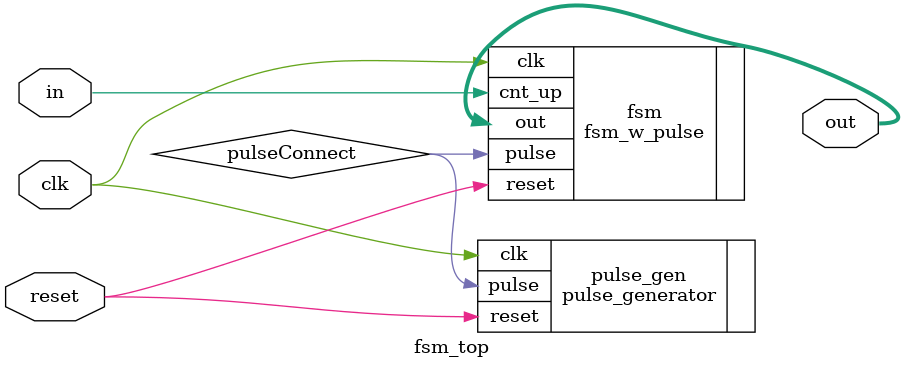
<source format=v>
`timescale 1ns / 1ps


module fsm_top(clk , reset, out, in);

input in, clk, reset;
output [15:0] out;
wire pulseConnect;

pulse_generator pulse_gen(.clk(clk),.reset(reset),.pulse(pulseConnect));
fsm_w_pulse fsm(.clk(clk),.reset(reset),.pulse(pulseConnect),.cnt_up(in),.out(out));

endmodule

</source>
